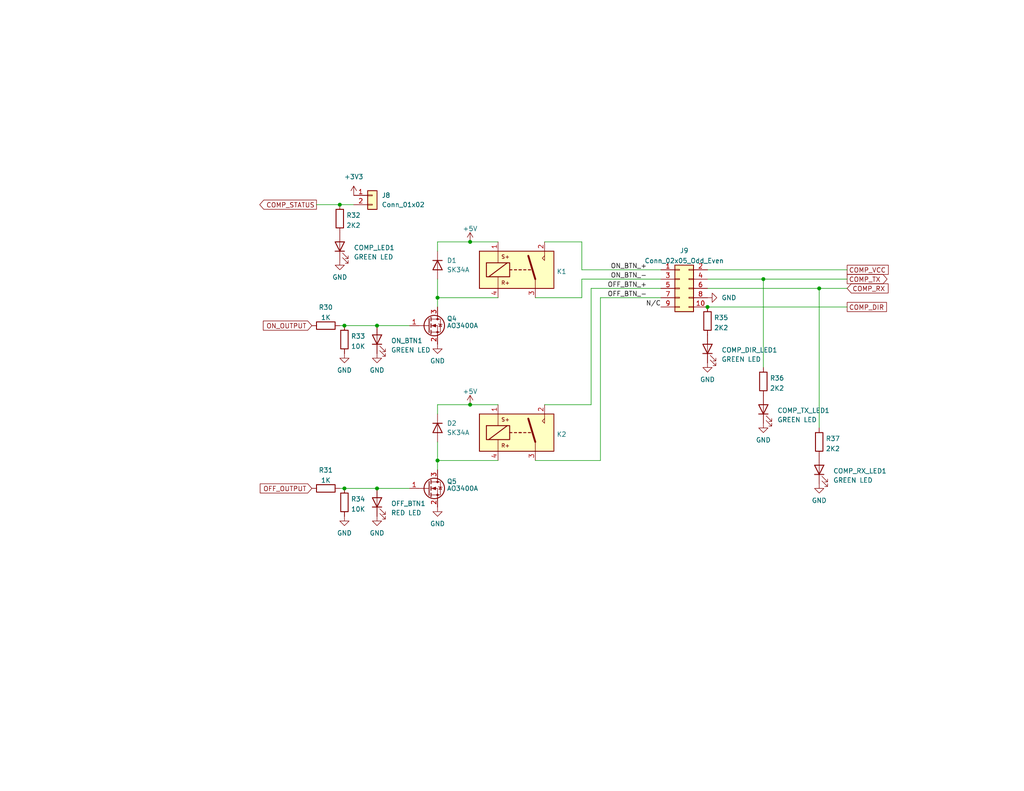
<source format=kicad_sch>
(kicad_sch (version 20211123) (generator eeschema)
  (paper "A")
  (title_block (title "Compressor Control") (date "2022-10-17") (rev "1") (company "i3Detroit"))
  (lib_symbols
    (symbol "Connector_Generic:Conn_01x02" (pin_names (offset 1.016) hide)
      (property "Reference" "J" (at 0 2.54 0))
      (property "Value" "Conn_01x02" (at 0 -5.08 0))
      (symbol "Conn_01x02_1_1"
        (rectangle (start -1.27 -2.413) (end 0 -2.667) (stroke (width 0.1524)))
        (rectangle (start -1.27 0.127) (end 0 -0.127) (stroke (width 0.1524)))
        (rectangle (start -1.27 1.27) (end 1.27 -3.81) (stroke (width 0.254)) (fill (type background)))
        (pin passive line (at -5.08 0 0) (length 3.81) (name "Pin_1") (number "1"))
        (pin passive line (at -5.08 -2.54 0) (length 3.81) (name "Pin_2") (number "2"))
      )
    )
    (symbol "Connector_Generic:Conn_02x05_Odd_Even" (pin_names (offset 1.016) hide)
      (property "Reference" "J" (at 1.27 7.62 0))
      (property "Value" "Conn_02x05_Odd_Even" (at 1.27 -7.62 0))
      (symbol "Conn_02x05_Odd_Even_1_1"
        (rectangle (start -1.27 -4.953) (end 0 -5.207) (stroke (width 0.1524)))
        (rectangle (start -1.27 -2.413) (end 0 -2.667) (stroke (width 0.1524)))
        (rectangle (start -1.27 0.127) (end 0 -0.127) (stroke (width 0.1524)))
        (rectangle (start -1.27 2.667) (end 0 2.413) (stroke (width 0.1524)))
        (rectangle (start -1.27 5.207) (end 0 4.953) (stroke (width 0.1524)))
        (rectangle (start -1.27 6.35) (end 3.81 -6.35) (stroke (width 0.254)) (fill (type background)))
        (rectangle (start 3.81 -4.953) (end 2.54 -5.207) (stroke (width 0.1524)))
        (rectangle (start 3.81 -2.413) (end 2.54 -2.667) (stroke (width 0.1524)))
        (rectangle (start 3.81 0.127) (end 2.54 -0.127) (stroke (width 0.1524)))
        (rectangle (start 3.81 2.667) (end 2.54 2.413) (stroke (width 0.1524)))
        (rectangle (start 3.81 5.207) (end 2.54 4.953) (stroke (width 0.1524)))
        (pin passive line (at -5.08 5.08 0) (length 3.81) (name "Pin_1") (number "1"))
        (pin passive line (at 7.62 -5.08 180) (length 3.81) (name "Pin_10") (number "10"))
        (pin passive line (at 7.62 5.08 180) (length 3.81) (name "Pin_2") (number "2"))
        (pin passive line (at -5.08 2.54 0) (length 3.81) (name "Pin_3") (number "3"))
        (pin passive line (at 7.62 2.54 180) (length 3.81) (name "Pin_4") (number "4"))
        (pin passive line (at -5.08 0 0) (length 3.81) (name "Pin_5") (number "5"))
        (pin passive line (at 7.62 0 180) (length 3.81) (name "Pin_6") (number "6"))
        (pin passive line (at -5.08 -2.54 0) (length 3.81) (name "Pin_7") (number "7"))
        (pin passive line (at 7.62 -2.54 180) (length 3.81) (name "Pin_8") (number "8"))
        (pin passive line (at -5.08 -5.08 0) (length 3.81) (name "Pin_9") (number "9"))
      )
    )
    (symbol "Device:LED" (pin_numbers hide) (pin_names (offset 1.016) hide)
      (property "Reference" "D" (at 0 2.54 0))
      (property "Value" "LED" (at 0 -2.54 0))
      (symbol "LED_0_1"
        (polyline (pts (xy -1.27 -1.27) (xy -1.27 1.27)) (stroke (width 0.254)))
        (polyline (pts (xy -1.27 0) (xy 1.27 0)))
        (polyline (pts (xy 1.27 -1.27) (xy 1.27 1.27) (xy -1.27 0) (xy 1.27 -1.27)) (stroke (width 0.254)))
        (polyline (pts (xy -3.048 -0.762) (xy -4.572 -2.286) (xy -3.81 -2.286) (xy -4.572 -2.286) (xy -4.572 -1.524)))
        (polyline (pts (xy -1.778 -0.762) (xy -3.302 -2.286) (xy -2.54 -2.286) (xy -3.302 -2.286) (xy -3.302 -1.524)))
      )
      (symbol "LED_1_1"
        (pin passive line (at -3.81 0 0) (length 2.54) (name "K") (number "1"))
        (pin passive line (at 3.81 0 180) (length 2.54) (name "A") (number "2"))
      )
    )
    (symbol "Device:R" (pin_numbers hide) (pin_names (offset 0))
      (property "Reference" "R" (at 2.032 0 90))
      (property "Value" "R" (at 0 0 90))
      (symbol "R_0_1"
        (rectangle (start -1.016 -2.54) (end 1.016 2.54) (stroke (width 0.254)))
      )
      (symbol "R_1_1"
        (pin passive line (at 0 3.81 270) (length 1.27) (name "~") (number "1"))
        (pin passive line (at 0 -3.81 90) (length 1.27) (name "~") (number "2"))
      )
    )
    (symbol "Diode:1N4148" (pin_numbers hide) (pin_names (offset 1.016) hide)
      (property "Reference" "D" (at 0 2.54 0))
      (property "Value" "1N4148" (at 0 -2.54 0))
      (symbol "1N4148_0_1"
        (polyline (pts (xy -1.27 1.27) (xy -1.27 -1.27)) (stroke (width 0.254)))
        (polyline (pts (xy 1.27 0) (xy -1.27 0)))
        (polyline (pts (xy 1.27 1.27) (xy 1.27 -1.27) (xy -1.27 0) (xy 1.27 1.27)) (stroke (width 0.254)))
      )
      (symbol "1N4148_1_1"
        (pin passive line (at -3.81 0 0) (length 2.54) (name "K") (number "1"))
        (pin passive line (at 3.81 0 180) (length 2.54) (name "A") (number "2"))
      )
    )
    (symbol "Evan's misc parts:sonoff_relay"
      (property "Reference" "K" (at 11.43 1.27 0))
      (symbol "sonoff_relay_1_1"
        (rectangle (start -10.16 5.08) (end 10.16 -5.08) (stroke (width 0.254)) (fill (type background)))
        (rectangle (start -8.255 1.905) (end -1.905 -1.905) (stroke (width 0.254)))
        (polyline (pts (xy -7.62 -1.905) (xy -2.54 1.905)) (stroke (width 0.254)))
        (polyline (pts (xy -5.08 -5.08) (xy -5.08 -1.905)))
        (polyline (pts (xy -5.08 5.08) (xy -5.08 1.905)))
        (polyline (pts (xy -1.905 0) (xy -1.27 0)) (stroke (width 0.254)))
        (polyline (pts (xy -0.635 0) (xy 0 0)) (stroke (width 0.254)))
        (polyline (pts (xy 0.635 0) (xy 1.27 0)) (stroke (width 0.254)))
        (polyline (pts (xy 0.635 0) (xy 1.27 0)) (stroke (width 0.254)))
        (polyline (pts (xy 1.905 0) (xy 2.54 0)) (stroke (width 0.254)))
        (polyline (pts (xy 3.175 0) (xy 3.81 0)) (stroke (width 0.254)))
        (polyline (pts (xy 5.08 -2.54) (xy 3.175 3.81)) (stroke (width 0.508)))
        (polyline (pts (xy 5.08 -2.54) (xy 5.08 -5.08)))
        (polyline (pts (xy 7.62 3.81) (xy 7.62 5.08)))
        (polyline (pts (xy 7.62 3.81) (xy 7.62 2.54) (xy 6.985 3.175) (xy 7.62 3.81)))
        (text "R+" (at -3.048 -3.556 0) (effects (font (size 1.016 1.016))))
        (text "S+" (at -3.048 3.556 0) (effects (font (size 1.016 1.016))))
        (pin passive line (at -5.08 7.62 270) (length 2.54) (name "~") (number "1"))
        (pin passive line (at 7.62 7.62 270) (length 2.54) (name "~") (number "2"))
        (pin passive line (at 5.08 -7.62 90) (length 2.54) (name "~") (number "3"))
        (pin passive line (at -5.08 -7.62 90) (length 2.54) (name "~") (number "4"))
      )
    )
    (symbol "Transistor_FET:AO3400A" (pin_names hide)
      (property "Reference" "Q" (at 5.08 1.905 0))
      (property "Value" "AO3400A" (at 5.08 0 0))
      (symbol "AO3400A_0_1"
        (polyline (pts (xy 0.254 0) (xy -2.54 0)))
        (polyline (pts (xy 0.254 1.905) (xy 0.254 -1.905)) (stroke (width 0.254)))
        (polyline (pts (xy 0.762 -1.27) (xy 0.762 -2.286)) (stroke (width 0.254)))
        (polyline (pts (xy 0.762 0.508) (xy 0.762 -0.508)) (stroke (width 0.254)))
        (polyline (pts (xy 0.762 2.286) (xy 0.762 1.27)) (stroke (width 0.254)))
        (polyline (pts (xy 2.54 2.54) (xy 2.54 1.778)))
        (polyline (pts (xy 2.54 -2.54) (xy 2.54 0) (xy 0.762 0)))
        (polyline (pts (xy 0.762 -1.778) (xy 3.302 -1.778) (xy 3.302 1.778) (xy 0.762 1.778)))
        (polyline (pts (xy 1.016 0) (xy 2.032 0.381) (xy 2.032 -0.381) (xy 1.016 0)) (fill (type outline)))
        (polyline (pts (xy 2.794 0.508) (xy 2.921 0.381) (xy 3.683 0.381) (xy 3.81 0.254)))
        (polyline (pts (xy 3.302 0.381) (xy 2.921 -0.254) (xy 3.683 -0.254) (xy 3.302 0.381)))
        (circle (center 1.651 0) (radius 2.794) (stroke (width 0.254)))
        (circle (center 2.54 -1.778) (radius 0.254) (fill (type outline)))
        (circle (center 2.54 1.778) (radius 0.254) (fill (type outline)))
      )
      (symbol "AO3400A_1_1"
        (pin input line (at -5.08 0 0) (length 2.54) (name "G") (number "1"))
        (pin passive line (at 2.54 -5.08 90) (length 2.54) (name "S") (number "2"))
        (pin passive line (at 2.54 5.08 270) (length 2.54) (name "D") (number "3"))
      )
    )
    (symbol "power:+3V3" (power) (pin_names (offset 0))
      (property "Value" "+3V3" (at 0 3.556 0))
      (symbol "+3V3_0_1"
        (polyline (pts (xy -0.762 1.27) (xy 0 2.54)))
        (polyline (pts (xy 0 0) (xy 0 2.54)))
        (polyline (pts (xy 0 2.54) (xy 0.762 1.27)))
      )
      (symbol "+3V3_1_1"
        (pin power_in line (at 0 0 90) (length 0) hide (name "+3V3") (number "1"))
      )
    )
    (symbol "power:+5V" (power) (pin_names (offset 0))
      (property "Value" "+5V" (at 0 3.556 0))
      (symbol "+5V_0_1"
        (polyline (pts (xy -0.762 1.27) (xy 0 2.54)))
        (polyline (pts (xy 0 0) (xy 0 2.54)))
        (polyline (pts (xy 0 2.54) (xy 0.762 1.27)))
      )
      (symbol "+5V_1_1"
        (pin power_in line (at 0 0 90) (length 0) hide (name "+5V") (number "1"))
      )
    )
    (symbol "power:GND" (power) (pin_names (offset 0))
      (property "Value" "GND" (at 0 -3.81 0))
      (symbol "GND_0_1"
        (polyline (pts (xy 0 0) (xy 0 -1.27) (xy 1.27 -1.27) (xy 0 -2.54) (xy -1.27 -1.27) (xy 0 -1.27)))
      )
      (symbol "GND_1_1"
        (pin power_in line (at 0 0 270) (length 0) hide (name "GND") (number "1"))
      )
    )
  )
  (junction (at 119.38 81.28))
  (junction (at 208.28 76.2))
  (junction (at 102.87 88.9))
  (junction (at 119.38 125.73))
  (junction (at 93.98 88.9))
  (junction (at 92.71 55.88))
  (junction (at 128.27 66.04))
  (junction (at 223.52 78.74))
  (junction (at 102.87 133.35))
  (junction (at 128.27 110.49))
  (junction (at 193.04 83.82))
  (junction (at 93.98 133.35))
  (wire (pts (xy 163.83 81.28) (xy 163.83 125.73)))
  (wire (pts (xy 193.04 78.74) (xy 223.52 78.74)))
  (wire (pts (xy 135.89 110.49) (xy 128.27 110.49)))
  (wire (pts (xy 161.29 78.74) (xy 161.29 110.49)))
  (wire (pts (xy 92.71 88.9) (xy 93.98 88.9)))
  (wire (pts (xy 102.87 88.9) (xy 111.76 88.9)))
  (wire (pts (xy 119.38 81.28) (xy 119.38 83.82)))
  (wire (pts (xy 135.89 66.04) (xy 128.27 66.04)))
  (wire (pts (xy 135.89 81.28) (xy 119.38 81.28)))
  (wire (pts (xy 93.98 133.35) (xy 102.87 133.35)))
  (wire (pts (xy 119.38 120.65) (xy 119.38 125.73)))
  (wire (pts (xy 119.38 125.73) (xy 119.38 128.27)))
  (wire (pts (xy 92.71 133.35) (xy 93.98 133.35)))
  (wire (pts (xy 223.52 78.74) (xy 231.14 78.74)))
  (wire (pts (xy 158.75 73.66) (xy 158.75 66.04)))
  (wire (pts (xy 119.38 76.2) (xy 119.38 81.28)))
  (wire (pts (xy 180.34 78.74) (xy 161.29 78.74)))
  (wire (pts (xy 180.34 76.2) (xy 158.75 76.2)))
  (wire (pts (xy 180.34 73.66) (xy 158.75 73.66)))
  (wire (pts (xy 180.34 81.28) (xy 163.83 81.28)))
  (wire (pts (xy 193.04 76.2) (xy 208.28 76.2)))
  (wire (pts (xy 158.75 81.28) (xy 146.05 81.28)))
  (wire (pts (xy 102.87 133.35) (xy 111.76 133.35)))
  (wire (pts (xy 92.71 55.88) (xy 96.52 55.88)))
  (wire (pts (xy 128.27 110.49) (xy 119.38 110.49)))
  (wire (pts (xy 93.98 88.9) (xy 102.87 88.9)))
  (wire (pts (xy 135.89 125.73) (xy 119.38 125.73)))
  (wire (pts (xy 161.29 110.49) (xy 148.59 110.49)))
  (wire (pts (xy 193.04 83.82) (xy 231.14 83.82)))
  (wire (pts (xy 208.28 76.2) (xy 208.28 100.33)))
  (wire (pts (xy 119.38 110.49) (xy 119.38 113.03)))
  (wire (pts (xy 223.52 78.74) (xy 223.52 116.84)))
  (wire (pts (xy 193.04 73.66) (xy 231.14 73.66)))
  (wire (pts (xy 158.75 66.04) (xy 148.59 66.04)))
  (wire (pts (xy 119.38 66.04) (xy 119.38 68.58)))
  (wire (pts (xy 208.28 76.2) (xy 231.14 76.2)))
  (wire (pts (xy 158.75 76.2) (xy 158.75 81.28)))
  (wire (pts (xy 86.36 55.88) (xy 92.71 55.88)))
  (wire (pts (xy 128.27 66.04) (xy 119.38 66.04)))
  (wire (pts (xy 163.83 125.73) (xy 146.05 125.73)))
  (label "OFF_BTN_+" (at 176.53 78.74 180))
  (label "ON_BTN_-" (at 176.53 76.2 180))
  (label "OFF_BTN_-" (at 176.53 81.28 180))
  (label "ON_BTN_+" (at 176.53 73.66 180))
  (label "N{slash}C" (at 180.34 83.82 180))
  (global_label "COMP_VCC" (shape passive) (at 231.14 73.66 0) (property "Intersheet References" "${INTERSHEET_REFS}" (at 243.4712 73.5806 0) (effects (justify left))))
  (global_label "COMP_RX" (shape input) (at 231.14 78.74 0) (property "Intersheet References" "${INTERSHEET_REFS}" (at 242.3221 78.6606 0) (effects (justify left))))
  (global_label "ON_OUTPUT" (shape input) (at 85.09 88.9 180) (property "Intersheet References" "${INTERSHEET_REFS}" (at 71.8517 88.8206 0) (effects (justify right))))
  (global_label "COMP_TX" (shape output) (at 231.14 76.2 0) (property "Intersheet References" "${INTERSHEET_REFS}" (at 242.0198 76.1206 0) (effects (justify left))))
  (global_label "COMP_DIR" (shape passive) (at 231.14 83.82 0) (property "Intersheet References" "${INTERSHEET_REFS}" (at 242.9874 83.7406 0) (effects (justify left))))
  (global_label "OFF_OUTPUT" (shape input) (at 85.09 133.35 180) (property "Intersheet References" "${INTERSHEET_REFS}" (at 71.005 133.2706 0) (effects (justify right))))
  (global_label "COMP_STATUS" (shape output) (at 86.36 55.88 180) (property "Intersheet References" "${INTERSHEET_REFS}" (at 70.884 55.8006 0) (effects (justify right))))
  (symbol (lib_id "Device:R") (at 208.28 104.14 0) (unit 1)
    (property "Reference" "R36" (at 210.058 103.2315 0) (effects (justify left)))
    (property "Value" "2K2" (at 210.058 106.0066 0) (effects (justify left)))
    (property "Footprint" "Resistor_SMD:R_0603_1608Metric" (effects hide))
  )
  (symbol (lib_id "Device:R") (at 93.98 92.71 0) (unit 1)
    (property "Reference" "R33" (at 95.758 91.8015 0) (effects (justify left)))
    (property "Value" "10K" (at 95.758 94.5766 0) (effects (justify left)))
    (property "Footprint" "Resistor_SMD:R_0603_1608Metric" (effects hide))
  )
  (symbol (lib_id "Device:LED") (at 223.52 128.27 90) (unit 1)
    (property "Reference" "COMP_RX_LED1" (at 227.33 128.5874 90) (effects (justify right)))
    (property "Value" "GREEN LED" (at 227.33 131.1274 90) (effects (justify right)))
    (property "Footprint" "LED_SMD:LED_0603_1608Metric" (effects hide))
  )
  (symbol (lib_id "power:+5V") (at 128.27 110.49 0) (unit 1)
    (property "Reference" "#PWR087" (effects hide))
    (property "Value" "+5V" (at 128.27 106.8855 0))
  )
  (symbol (lib_id "power:+5V") (at 128.27 66.04 0) (unit 1)
    (property "Reference" "#PWR086" (effects hide))
    (property "Value" "+5V" (at 128.27 62.4355 0))
  )
  (symbol (lib_id "Evan's misc parts:sonoff_relay") (at 140.97 118.11 0) (unit 1)
    (property "Reference" "K2" (at 151.892 118.589 0) (effects (justify left)))
    (property "Value" "sonoff_relay" (effects hide))
    (property "Footprint" "Evan's misc parts:sonoff relay" (effects hide))
    (property "Datasheet" "https://datasheet.lcsc.com/lcsc/1810271712_HF-Xiamen-Hongfa-Electroacoustic-HF32F-G-005-HS_C74541.pdf" (effects hide))
  )
  (symbol (lib_id "Connector_Generic:Conn_01x02") (at 101.6 53.34 0) (unit 1)
    (property "Reference" "J8" (at 104.14 53.3399 0) (effects (justify left)))
    (property "Value" "Conn_01x02" (at 104.14 55.8799 0) (effects (justify left)))
    (property "Footprint" "Connector_JST:JST_PH_B2B-PH-K_1x02_P2.00mm_Vertical" (effects hide))
  )
  (symbol (lib_id "Device:LED") (at 193.04 95.25 90) (unit 1)
    (property "Reference" "COMP_DIR_LED1" (at 196.85 95.5674 90) (effects (justify right)))
    (property "Value" "GREEN LED" (at 196.85 98.1074 90) (effects (justify right)))
    (property "Footprint" "LED_SMD:LED_0603_1608Metric" (effects hide))
  )
  (symbol (lib_id "Device:R") (at 223.52 120.65 0) (unit 1)
    (property "Reference" "R37" (at 225.298 119.7415 0) (effects (justify left)))
    (property "Value" "2K2" (at 225.298 122.5166 0) (effects (justify left)))
    (property "Footprint" "Resistor_SMD:R_0603_1608Metric" (effects hide))
  )
  (symbol (lib_id "Transistor_FET:AO3400A") (at 116.84 133.35 0) (unit 1)
    (property "Reference" "Q5" (at 121.92 131.445 0) (effects (justify left)))
    (property "Value" "AO3400A" (at 121.92 133.35 0) (effects (justify left)))
    (property "Footprint" "Package_TO_SOT_SMD:SOT-23" (effects hide))
    (property "Datasheet" "http://www.aosmd.com/pdfs/datasheet/AO3400A.pdf" (effects hide))
  )
  (symbol (lib_id "power:GND") (at 193.04 81.28 90) (unit 1)
    (property "Reference" "#PWR088" (effects hide))
    (property "Value" "GND" (at 196.85 81.28 90) (effects (justify right)))
  )
  (symbol (lib_id "Device:R") (at 92.71 59.69 0) (unit 1)
    (property "Reference" "R32" (at 94.488 58.7815 0) (effects (justify left)))
    (property "Value" "2K2" (at 94.488 61.5566 0) (effects (justify left)))
    (property "Footprint" "Resistor_SMD:R_0603_1608Metric" (effects hide))
  )
  (symbol (lib_id "Device:LED") (at 92.71 67.31 90) (unit 1)
    (property "Reference" "COMP_LED1" (at 96.52 67.6274 90) (effects (justify right)))
    (property "Value" "GREEN LED" (at 96.52 70.1674 90) (effects (justify right)))
    (property "Footprint" "LED_SMD:LED_0603_1608Metric" (effects hide))
  )
  (symbol (lib_id "power:+3V3") (at 96.52 53.34 0) (unit 1)
    (property "Reference" "#PWR081" (effects hide))
    (property "Value" "+3V3" (at 96.52 48.26 0))
  )
  (symbol (lib_id "Connector_Generic:Conn_02x05_Odd_Even") (at 185.42 78.74 0) (unit 1)
    (property "Reference" "J9" (at 186.69 68.4235 0))
    (property "Value" "Conn_02x05_Odd_Even" (at 186.69 71.1986 0))
    (property "Footprint" "Connector_IDC:IDC-Header_2x05_P2.54mm_Vertical" (effects hide))
  )
  (symbol (lib_id "Device:LED") (at 102.87 92.71 90) (unit 1)
    (property "Reference" "ON_BTN1" (at 106.68 93.0274 90) (effects (justify right)))
    (property "Value" "GREEN LED" (at 106.68 95.5674 90) (effects (justify right)))
    (property "Footprint" "LED_SMD:LED_0603_1608Metric" (effects hide))
  )
  (symbol (lib_id "power:GND") (at 119.38 138.43 0) (unit 1)
    (property "Reference" "#PWR085" (effects hide))
    (property "Value" "GND" (at 119.38 142.9925 0))
  )
  (symbol (lib_id "Device:R") (at 93.98 137.16 0) (unit 1)
    (property "Reference" "R34" (at 95.758 136.2515 0) (effects (justify left)))
    (property "Value" "10K" (at 95.758 139.0266 0) (effects (justify left)))
    (property "Footprint" "Resistor_SMD:R_0603_1608Metric" (effects hide))
  )
  (symbol (lib_id "power:GND") (at 208.28 115.57 0) (unit 1)
    (property "Reference" "#PWR090" (effects hide))
    (property "Value" "GND" (at 208.28 120.1325 0))
  )
  (symbol (lib_id "Diode:1N4148") (at 119.38 116.84 270) (unit 1)
    (property "Reference" "D2" (at 121.92 115.5699 90) (effects (justify left)))
    (property "Value" "SK34A" (at 121.92 118.1099 90) (effects (justify left)))
    (property "Footprint" "Diode_SMD:D_SMA_Handsoldering" (effects hide))
    (property "Datasheet" "https://assets.nexperia.com/documents/data-sheet/1N4148_1N4448.pdf" (effects hide))
  )
  (symbol (lib_id "power:GND") (at 102.87 96.52 0) (unit 1)
    (property "Reference" "#PWR082" (effects hide))
    (property "Value" "GND" (at 102.87 101.0825 0))
  )
  (symbol (lib_id "Diode:1N4148") (at 119.38 72.39 270) (unit 1)
    (property "Reference" "D1" (at 121.92 71.1199 90) (effects (justify left)))
    (property "Value" "SK34A" (at 121.92 73.6599 90) (effects (justify left)))
    (property "Footprint" "Diode_SMD:D_SMA_Handsoldering" (effects hide))
    (property "Datasheet" "https://assets.nexperia.com/documents/data-sheet/1N4148_1N4448.pdf" (effects hide))
  )
  (symbol (lib_id "Device:R") (at 193.04 87.63 0) (unit 1)
    (property "Reference" "R35" (at 194.818 86.7215 0) (effects (justify left)))
    (property "Value" "2K2" (at 194.818 89.4966 0) (effects (justify left)))
    (property "Footprint" "Resistor_SMD:R_0603_1608Metric" (effects hide))
  )
  (symbol (lib_id "Transistor_FET:AO3400A") (at 116.84 88.9 0) (unit 1)
    (property "Reference" "Q4" (at 121.92 86.995 0) (effects (justify left)))
    (property "Value" "AO3400A" (at 121.92 88.9 0) (effects (justify left)))
    (property "Footprint" "Package_TO_SOT_SMD:SOT-23" (effects hide))
    (property "Datasheet" "http://www.aosmd.com/pdfs/datasheet/AO3400A.pdf" (effects hide))
  )
  (symbol (lib_id "Device:LED") (at 102.87 137.16 90) (unit 1)
    (property "Reference" "OFF_BTN1" (at 106.68 137.4774 90) (effects (justify right)))
    (property "Value" "RED LED" (at 106.68 140.0174 90) (effects (justify right)))
    (property "Footprint" "LED_SMD:LED_0603_1608Metric" (effects hide))
  )
  (symbol (lib_id "power:GND") (at 93.98 140.97 0) (unit 1)
    (property "Reference" "#PWR080" (effects hide))
    (property "Value" "GND" (at 93.98 145.5325 0))
  )
  (symbol (lib_id "Device:R") (at 88.9 133.35 90) (unit 1)
    (property "Reference" "R31" (at 88.9 128.3675 90))
    (property "Value" "1K" (at 88.9 131.1426 90))
    (property "Footprint" "Resistor_SMD:R_0603_1608Metric" (effects hide))
  )
  (symbol (lib_id "power:GND") (at 92.71 71.12 0) (unit 1)
    (property "Reference" "#PWR078" (effects hide))
    (property "Value" "GND" (at 92.71 75.6825 0))
  )
  (symbol (lib_id "Evan's misc parts:sonoff_relay") (at 140.97 73.66 0) (unit 1)
    (property "Reference" "K1" (at 151.892 74.139 0) (effects (justify left)))
    (property "Value" "sonoff_relay" (effects hide))
    (property "Footprint" "Evan's misc parts:sonoff relay" (effects hide))
    (property "Datasheet" "https://datasheet.lcsc.com/lcsc/1810271712_HF-Xiamen-Hongfa-Electroacoustic-HF32F-G-005-HS_C74541.pdf" (effects hide))
  )
  (symbol (lib_id "Device:R") (at 88.9 88.9 90) (unit 1)
    (property "Reference" "R30" (at 88.9 83.9175 90))
    (property "Value" "1K" (at 88.9 86.6926 90))
    (property "Footprint" "Resistor_SMD:R_0603_1608Metric" (effects hide))
  )
  (symbol (lib_id "power:GND") (at 93.98 96.52 0) (unit 1)
    (property "Reference" "#PWR079" (effects hide))
    (property "Value" "GND" (at 93.98 101.0825 0))
  )
  (symbol (lib_id "power:GND") (at 102.87 140.97 0) (unit 1)
    (property "Reference" "#PWR083" (effects hide))
    (property "Value" "GND" (at 102.87 145.5325 0))
  )
  (symbol (lib_id "Device:LED") (at 208.28 111.76 90) (unit 1)
    (property "Reference" "COMP_TX_LED1" (at 212.09 112.0774 90) (effects (justify right)))
    (property "Value" "GREEN LED" (at 212.09 114.6174 90) (effects (justify right)))
    (property "Footprint" "LED_SMD:LED_0603_1608Metric" (effects hide))
  )
  (symbol (lib_id "power:GND") (at 223.52 132.08 0) (unit 1)
    (property "Reference" "#PWR091" (effects hide))
    (property "Value" "GND" (at 223.52 136.6425 0))
  )
  (symbol (lib_id "power:GND") (at 193.04 99.06 0) (unit 1)
    (property "Reference" "#PWR089" (effects hide))
    (property "Value" "GND" (at 193.04 103.6225 0))
  )
  (symbol (lib_id "power:GND") (at 119.38 93.98 0) (unit 1)
    (property "Reference" "#PWR084" (effects hide))
    (property "Value" "GND" (at 119.38 98.5425 0))
  )
)
</source>
